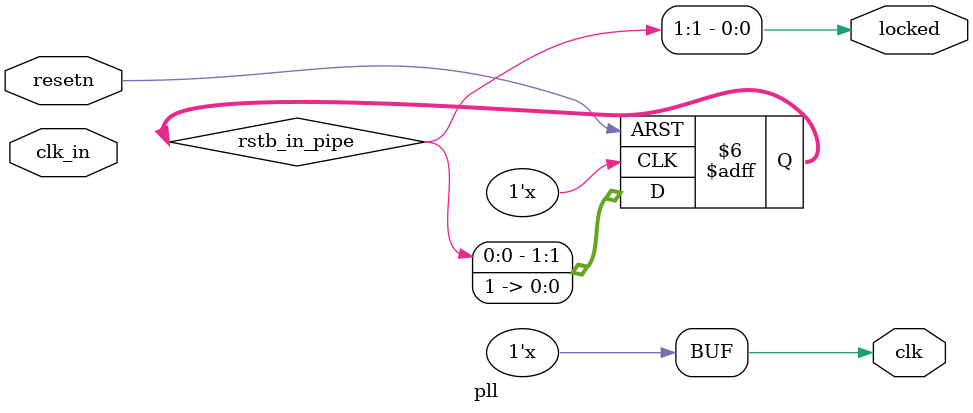
<source format=sv>
`timescale 1ns/10ps
module pll #(
    parameter PERIOD = 4.5
)(
    input        clk_in,
    input        resetn,
    output logic clk,
    output logic locked
);

    always #(PERIOD/2) clk = ~clk;

    initial begin
        clk = 0;
    end
    
    logic [1:0] rstb_in_pipe;
    always @(posedge clk or negedge resetn) begin
        if(~resetn) begin
            rstb_in_pipe <= 0;
        end else begin
            rstb_in_pipe[0] <= 1;
            rstb_in_pipe[1] <= rstb_in_pipe[0];
        end
    end
    assign locked = rstb_in_pipe[1];

endmodule

</source>
